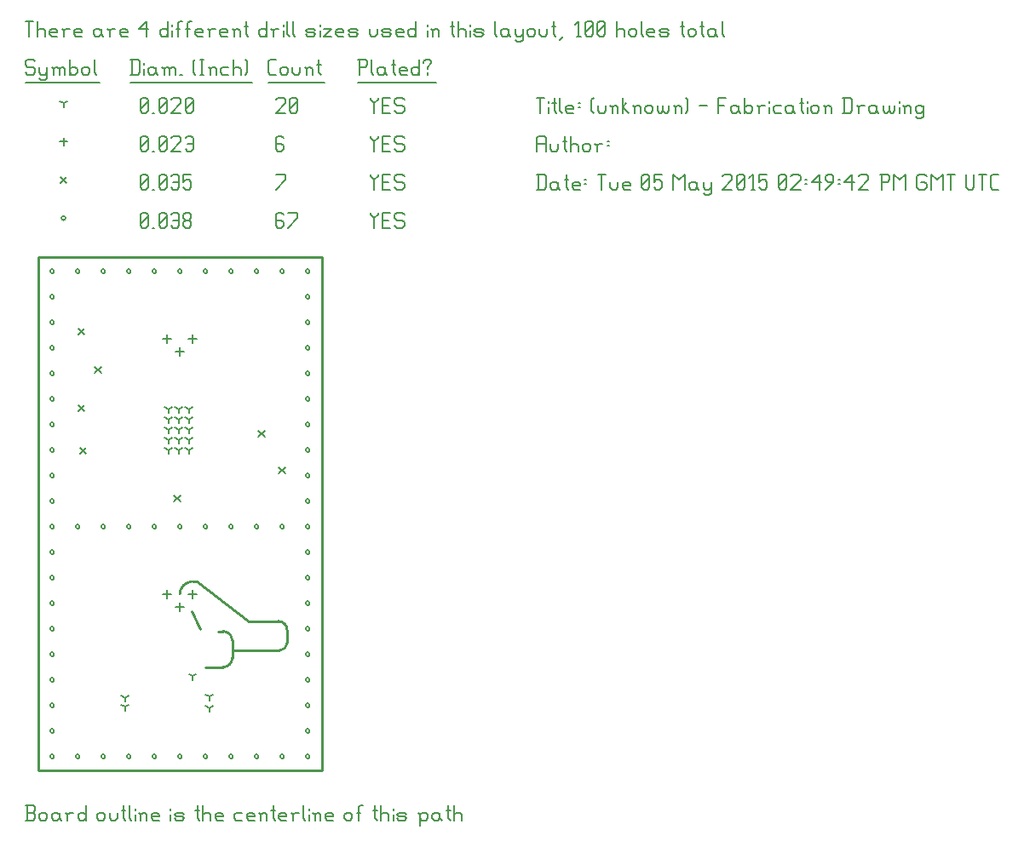
<source format=gbr>
G04 start of page 12 for group -3984 idx -3984 *
G04 Title: (unknown), fab *
G04 Creator: pcb 20140316 *
G04 CreationDate: Tue 05 May 2015 02:49:42 PM GMT UTC *
G04 For: fosse *
G04 Format: Gerber/RS-274X *
G04 PCB-Dimensions (mil): 1250.00 2150.00 *
G04 PCB-Coordinate-Origin: lower left *
%MOIN*%
%FSLAX25Y25*%
%LNFAB*%
%ADD66C,0.0100*%
%ADD65C,0.0060*%
%ADD64R,0.0080X0.0080*%
G54D64*X9700Y205500D02*G75*G03X11300Y205500I800J0D01*G01*
G75*G03X9700Y205500I-800J0D01*G01*
Y195500D02*G75*G03X11300Y195500I800J0D01*G01*
G75*G03X9700Y195500I-800J0D01*G01*
Y185500D02*G75*G03X11300Y185500I800J0D01*G01*
G75*G03X9700Y185500I-800J0D01*G01*
Y175500D02*G75*G03X11300Y175500I800J0D01*G01*
G75*G03X9700Y175500I-800J0D01*G01*
Y165500D02*G75*G03X11300Y165500I800J0D01*G01*
G75*G03X9700Y165500I-800J0D01*G01*
Y155500D02*G75*G03X11300Y155500I800J0D01*G01*
G75*G03X9700Y155500I-800J0D01*G01*
Y145500D02*G75*G03X11300Y145500I800J0D01*G01*
G75*G03X9700Y145500I-800J0D01*G01*
Y135500D02*G75*G03X11300Y135500I800J0D01*G01*
G75*G03X9700Y135500I-800J0D01*G01*
Y125500D02*G75*G03X11300Y125500I800J0D01*G01*
G75*G03X9700Y125500I-800J0D01*G01*
Y115500D02*G75*G03X11300Y115500I800J0D01*G01*
G75*G03X9700Y115500I-800J0D01*G01*
Y105500D02*G75*G03X11300Y105500I800J0D01*G01*
G75*G03X9700Y105500I-800J0D01*G01*
Y95500D02*G75*G03X11300Y95500I800J0D01*G01*
G75*G03X9700Y95500I-800J0D01*G01*
Y85500D02*G75*G03X11300Y85500I800J0D01*G01*
G75*G03X9700Y85500I-800J0D01*G01*
Y75500D02*G75*G03X11300Y75500I800J0D01*G01*
G75*G03X9700Y75500I-800J0D01*G01*
Y65500D02*G75*G03X11300Y65500I800J0D01*G01*
G75*G03X9700Y65500I-800J0D01*G01*
Y55500D02*G75*G03X11300Y55500I800J0D01*G01*
G75*G03X9700Y55500I-800J0D01*G01*
Y45500D02*G75*G03X11300Y45500I800J0D01*G01*
G75*G03X9700Y45500I-800J0D01*G01*
Y35500D02*G75*G03X11300Y35500I800J0D01*G01*
G75*G03X9700Y35500I-800J0D01*G01*
Y25500D02*G75*G03X11300Y25500I800J0D01*G01*
G75*G03X9700Y25500I-800J0D01*G01*
Y15500D02*G75*G03X11300Y15500I800J0D01*G01*
G75*G03X9700Y15500I-800J0D01*G01*
X109700Y205500D02*G75*G03X111300Y205500I800J0D01*G01*
G75*G03X109700Y205500I-800J0D01*G01*
Y195500D02*G75*G03X111300Y195500I800J0D01*G01*
G75*G03X109700Y195500I-800J0D01*G01*
Y185500D02*G75*G03X111300Y185500I800J0D01*G01*
G75*G03X109700Y185500I-800J0D01*G01*
Y175500D02*G75*G03X111300Y175500I800J0D01*G01*
G75*G03X109700Y175500I-800J0D01*G01*
Y165500D02*G75*G03X111300Y165500I800J0D01*G01*
G75*G03X109700Y165500I-800J0D01*G01*
Y155500D02*G75*G03X111300Y155500I800J0D01*G01*
G75*G03X109700Y155500I-800J0D01*G01*
Y145500D02*G75*G03X111300Y145500I800J0D01*G01*
G75*G03X109700Y145500I-800J0D01*G01*
Y135500D02*G75*G03X111300Y135500I800J0D01*G01*
G75*G03X109700Y135500I-800J0D01*G01*
Y125500D02*G75*G03X111300Y125500I800J0D01*G01*
G75*G03X109700Y125500I-800J0D01*G01*
Y115500D02*G75*G03X111300Y115500I800J0D01*G01*
G75*G03X109700Y115500I-800J0D01*G01*
Y105500D02*G75*G03X111300Y105500I800J0D01*G01*
G75*G03X109700Y105500I-800J0D01*G01*
Y95500D02*G75*G03X111300Y95500I800J0D01*G01*
G75*G03X109700Y95500I-800J0D01*G01*
Y85500D02*G75*G03X111300Y85500I800J0D01*G01*
G75*G03X109700Y85500I-800J0D01*G01*
Y75500D02*G75*G03X111300Y75500I800J0D01*G01*
G75*G03X109700Y75500I-800J0D01*G01*
Y65500D02*G75*G03X111300Y65500I800J0D01*G01*
G75*G03X109700Y65500I-800J0D01*G01*
Y55500D02*G75*G03X111300Y55500I800J0D01*G01*
G75*G03X109700Y55500I-800J0D01*G01*
Y45500D02*G75*G03X111300Y45500I800J0D01*G01*
G75*G03X109700Y45500I-800J0D01*G01*
Y35500D02*G75*G03X111300Y35500I800J0D01*G01*
G75*G03X109700Y35500I-800J0D01*G01*
Y25500D02*G75*G03X111300Y25500I800J0D01*G01*
G75*G03X109700Y25500I-800J0D01*G01*
Y15500D02*G75*G03X111300Y15500I800J0D01*G01*
G75*G03X109700Y15500I-800J0D01*G01*
X19700D02*G75*G03X21300Y15500I800J0D01*G01*
G75*G03X19700Y15500I-800J0D01*G01*
X29700D02*G75*G03X31300Y15500I800J0D01*G01*
G75*G03X29700Y15500I-800J0D01*G01*
X39700D02*G75*G03X41300Y15500I800J0D01*G01*
G75*G03X39700Y15500I-800J0D01*G01*
X49700D02*G75*G03X51300Y15500I800J0D01*G01*
G75*G03X49700Y15500I-800J0D01*G01*
X59700D02*G75*G03X61300Y15500I800J0D01*G01*
G75*G03X59700Y15500I-800J0D01*G01*
X69700D02*G75*G03X71300Y15500I800J0D01*G01*
G75*G03X69700Y15500I-800J0D01*G01*
X79700D02*G75*G03X81300Y15500I800J0D01*G01*
G75*G03X79700Y15500I-800J0D01*G01*
X89700D02*G75*G03X91300Y15500I800J0D01*G01*
G75*G03X89700Y15500I-800J0D01*G01*
X99700D02*G75*G03X101300Y15500I800J0D01*G01*
G75*G03X99700Y15500I-800J0D01*G01*
X19700Y105500D02*G75*G03X21300Y105500I800J0D01*G01*
G75*G03X19700Y105500I-800J0D01*G01*
X29700D02*G75*G03X31300Y105500I800J0D01*G01*
G75*G03X29700Y105500I-800J0D01*G01*
X39700D02*G75*G03X41300Y105500I800J0D01*G01*
G75*G03X39700Y105500I-800J0D01*G01*
X49700D02*G75*G03X51300Y105500I800J0D01*G01*
G75*G03X49700Y105500I-800J0D01*G01*
X59700D02*G75*G03X61300Y105500I800J0D01*G01*
G75*G03X59700Y105500I-800J0D01*G01*
X69700D02*G75*G03X71300Y105500I800J0D01*G01*
G75*G03X69700Y105500I-800J0D01*G01*
X79700D02*G75*G03X81300Y105500I800J0D01*G01*
G75*G03X79700Y105500I-800J0D01*G01*
X89700D02*G75*G03X91300Y105500I800J0D01*G01*
G75*G03X89700Y105500I-800J0D01*G01*
X99700D02*G75*G03X101300Y105500I800J0D01*G01*
G75*G03X99700Y105500I-800J0D01*G01*
X19700Y205500D02*G75*G03X21300Y205500I800J0D01*G01*
G75*G03X19700Y205500I-800J0D01*G01*
X29700D02*G75*G03X31300Y205500I800J0D01*G01*
G75*G03X29700Y205500I-800J0D01*G01*
X39700D02*G75*G03X41300Y205500I800J0D01*G01*
G75*G03X39700Y205500I-800J0D01*G01*
X49700D02*G75*G03X51300Y205500I800J0D01*G01*
G75*G03X49700Y205500I-800J0D01*G01*
X59700D02*G75*G03X61300Y205500I800J0D01*G01*
G75*G03X59700Y205500I-800J0D01*G01*
X69700D02*G75*G03X71300Y205500I800J0D01*G01*
G75*G03X69700Y205500I-800J0D01*G01*
X79700D02*G75*G03X81300Y205500I800J0D01*G01*
G75*G03X79700Y205500I-800J0D01*G01*
X89700D02*G75*G03X91300Y205500I800J0D01*G01*
G75*G03X89700Y205500I-800J0D01*G01*
X99700D02*G75*G03X101300Y205500I800J0D01*G01*
G75*G03X99700Y205500I-800J0D01*G01*
X14200Y226250D02*G75*G03X15800Y226250I800J0D01*G01*
G75*G03X14200Y226250I-800J0D01*G01*
G54D65*X135000Y228500D02*Y227750D01*
X136500Y226250D01*
X138000Y227750D01*
Y228500D02*Y227750D01*
X136500Y226250D02*Y222500D01*
X139800Y225500D02*X142050D01*
X139800Y222500D02*X142800D01*
X139800Y228500D02*Y222500D01*
Y228500D02*X142800D01*
X147600D02*X148350Y227750D01*
X145350Y228500D02*X147600D01*
X144600Y227750D02*X145350Y228500D01*
X144600Y227750D02*Y226250D01*
X145350Y225500D01*
X147600D01*
X148350Y224750D01*
Y223250D01*
X147600Y222500D02*X148350Y223250D01*
X145350Y222500D02*X147600D01*
X144600Y223250D02*X145350Y222500D01*
X100250Y228500D02*X101000Y227750D01*
X98750Y228500D02*X100250D01*
X98000Y227750D02*X98750Y228500D01*
X98000Y227750D02*Y223250D01*
X98750Y222500D01*
X100250Y225500D02*X101000Y224750D01*
X98000Y225500D02*X100250D01*
X98750Y222500D02*X100250D01*
X101000Y223250D01*
Y224750D02*Y223250D01*
X102800Y222500D02*X106550Y226250D01*
Y228500D02*Y226250D01*
X102800Y228500D02*X106550D01*
X45000Y223250D02*X45750Y222500D01*
X45000Y227750D02*Y223250D01*
Y227750D02*X45750Y228500D01*
X47250D01*
X48000Y227750D01*
Y223250D01*
X47250Y222500D02*X48000Y223250D01*
X45750Y222500D02*X47250D01*
X45000Y224000D02*X48000Y227000D01*
X49800Y222500D02*X50550D01*
X52350Y223250D02*X53100Y222500D01*
X52350Y227750D02*Y223250D01*
Y227750D02*X53100Y228500D01*
X54600D01*
X55350Y227750D01*
Y223250D01*
X54600Y222500D02*X55350Y223250D01*
X53100Y222500D02*X54600D01*
X52350Y224000D02*X55350Y227000D01*
X57150Y227750D02*X57900Y228500D01*
X59400D01*
X60150Y227750D01*
Y223250D01*
X59400Y222500D02*X60150Y223250D01*
X57900Y222500D02*X59400D01*
X57150Y223250D02*X57900Y222500D01*
Y225500D02*X60150D01*
X61950Y223250D02*X62700Y222500D01*
X61950Y224750D02*Y223250D01*
Y224750D02*X62700Y225500D01*
X64200D01*
X64950Y224750D01*
Y223250D01*
X64200Y222500D02*X64950Y223250D01*
X62700Y222500D02*X64200D01*
X61950Y226250D02*X62700Y225500D01*
X61950Y227750D02*Y226250D01*
Y227750D02*X62700Y228500D01*
X64200D01*
X64950Y227750D01*
Y226250D01*
X64200Y225500D02*X64950Y226250D01*
X20800Y153200D02*X23200Y150800D01*
X20800D02*X23200Y153200D01*
X20800Y183200D02*X23200Y180800D01*
X20800D02*X23200Y183200D01*
X58300Y117700D02*X60700Y115300D01*
X58300D02*X60700Y117700D01*
X21550Y136450D02*X23950Y134050D01*
X21550D02*X23950Y136450D01*
X99300Y128700D02*X101700Y126300D01*
X99300D02*X101700Y128700D01*
X27300Y168200D02*X29700Y165800D01*
X27300D02*X29700Y168200D01*
X91300Y143200D02*X93700Y140800D01*
X91300D02*X93700Y143200D01*
X13800Y242450D02*X16200Y240050D01*
X13800D02*X16200Y242450D01*
X135000Y243500D02*Y242750D01*
X136500Y241250D01*
X138000Y242750D01*
Y243500D02*Y242750D01*
X136500Y241250D02*Y237500D01*
X139800Y240500D02*X142050D01*
X139800Y237500D02*X142800D01*
X139800Y243500D02*Y237500D01*
Y243500D02*X142800D01*
X147600D02*X148350Y242750D01*
X145350Y243500D02*X147600D01*
X144600Y242750D02*X145350Y243500D01*
X144600Y242750D02*Y241250D01*
X145350Y240500D01*
X147600D01*
X148350Y239750D01*
Y238250D01*
X147600Y237500D02*X148350Y238250D01*
X145350Y237500D02*X147600D01*
X144600Y238250D02*X145350Y237500D01*
X98000D02*X101750Y241250D01*
Y243500D02*Y241250D01*
X98000Y243500D02*X101750D01*
X45000Y238250D02*X45750Y237500D01*
X45000Y242750D02*Y238250D01*
Y242750D02*X45750Y243500D01*
X47250D01*
X48000Y242750D01*
Y238250D01*
X47250Y237500D02*X48000Y238250D01*
X45750Y237500D02*X47250D01*
X45000Y239000D02*X48000Y242000D01*
X49800Y237500D02*X50550D01*
X52350Y238250D02*X53100Y237500D01*
X52350Y242750D02*Y238250D01*
Y242750D02*X53100Y243500D01*
X54600D01*
X55350Y242750D01*
Y238250D01*
X54600Y237500D02*X55350Y238250D01*
X53100Y237500D02*X54600D01*
X52350Y239000D02*X55350Y242000D01*
X57150Y242750D02*X57900Y243500D01*
X59400D01*
X60150Y242750D01*
Y238250D01*
X59400Y237500D02*X60150Y238250D01*
X57900Y237500D02*X59400D01*
X57150Y238250D02*X57900Y237500D01*
Y240500D02*X60150D01*
X61950Y243500D02*X64950D01*
X61950D02*Y240500D01*
X62700Y241250D01*
X64200D01*
X64950Y240500D01*
Y238250D01*
X64200Y237500D02*X64950Y238250D01*
X62700Y237500D02*X64200D01*
X61950Y238250D02*X62700Y237500D01*
X55500Y80600D02*Y77400D01*
X53900Y79000D02*X57100D01*
X65500Y80600D02*Y77400D01*
X63900Y79000D02*X67100D01*
X60500Y75600D02*Y72400D01*
X58900Y74000D02*X62100D01*
X55500Y180600D02*Y177400D01*
X53900Y179000D02*X57100D01*
X65500Y180600D02*Y177400D01*
X63900Y179000D02*X67100D01*
X60500Y175600D02*Y172400D01*
X58900Y174000D02*X62100D01*
X15000Y257850D02*Y254650D01*
X13400Y256250D02*X16600D01*
X135000Y258500D02*Y257750D01*
X136500Y256250D01*
X138000Y257750D01*
Y258500D02*Y257750D01*
X136500Y256250D02*Y252500D01*
X139800Y255500D02*X142050D01*
X139800Y252500D02*X142800D01*
X139800Y258500D02*Y252500D01*
Y258500D02*X142800D01*
X147600D02*X148350Y257750D01*
X145350Y258500D02*X147600D01*
X144600Y257750D02*X145350Y258500D01*
X144600Y257750D02*Y256250D01*
X145350Y255500D01*
X147600D01*
X148350Y254750D01*
Y253250D01*
X147600Y252500D02*X148350Y253250D01*
X145350Y252500D02*X147600D01*
X144600Y253250D02*X145350Y252500D01*
X100250Y258500D02*X101000Y257750D01*
X98750Y258500D02*X100250D01*
X98000Y257750D02*X98750Y258500D01*
X98000Y257750D02*Y253250D01*
X98750Y252500D01*
X100250Y255500D02*X101000Y254750D01*
X98000Y255500D02*X100250D01*
X98750Y252500D02*X100250D01*
X101000Y253250D01*
Y254750D02*Y253250D01*
X45000D02*X45750Y252500D01*
X45000Y257750D02*Y253250D01*
Y257750D02*X45750Y258500D01*
X47250D01*
X48000Y257750D01*
Y253250D01*
X47250Y252500D02*X48000Y253250D01*
X45750Y252500D02*X47250D01*
X45000Y254000D02*X48000Y257000D01*
X49800Y252500D02*X50550D01*
X52350Y253250D02*X53100Y252500D01*
X52350Y257750D02*Y253250D01*
Y257750D02*X53100Y258500D01*
X54600D01*
X55350Y257750D01*
Y253250D01*
X54600Y252500D02*X55350Y253250D01*
X53100Y252500D02*X54600D01*
X52350Y254000D02*X55350Y257000D01*
X57150Y257750D02*X57900Y258500D01*
X60150D01*
X60900Y257750D01*
Y256250D01*
X57150Y252500D02*X60900Y256250D01*
X57150Y252500D02*X60900D01*
X62700Y257750D02*X63450Y258500D01*
X64950D01*
X65700Y257750D01*
Y253250D01*
X64950Y252500D02*X65700Y253250D01*
X63450Y252500D02*X64950D01*
X62700Y253250D02*X63450Y252500D01*
Y255500D02*X65700D01*
X64000Y151500D02*Y149900D01*
Y151500D02*X65387Y152300D01*
X64000Y151500D02*X62613Y152300D01*
X60000Y151500D02*Y149900D01*
Y151500D02*X61387Y152300D01*
X60000Y151500D02*X58613Y152300D01*
X56000Y151500D02*Y149900D01*
Y151500D02*X57387Y152300D01*
X56000Y151500D02*X54613Y152300D01*
X56000Y147500D02*Y145900D01*
Y147500D02*X57387Y148300D01*
X56000Y147500D02*X54613Y148300D01*
X60000Y147500D02*Y145900D01*
Y147500D02*X61387Y148300D01*
X60000Y147500D02*X58613Y148300D01*
X64000Y147500D02*Y145900D01*
Y147500D02*X65387Y148300D01*
X64000Y147500D02*X62613Y148300D01*
X64000Y143500D02*Y141900D01*
Y143500D02*X65387Y144300D01*
X64000Y143500D02*X62613Y144300D01*
X60000Y143500D02*Y141900D01*
Y143500D02*X61387Y144300D01*
X60000Y143500D02*X58613Y144300D01*
X56000Y143500D02*Y141900D01*
Y143500D02*X57387Y144300D01*
X56000Y143500D02*X54613Y144300D01*
X56000Y139500D02*Y137900D01*
Y139500D02*X57387Y140300D01*
X56000Y139500D02*X54613Y140300D01*
X60000Y139500D02*Y137900D01*
Y139500D02*X61387Y140300D01*
X60000Y139500D02*X58613Y140300D01*
X64000Y139500D02*Y137900D01*
Y139500D02*X65387Y140300D01*
X64000Y139500D02*X62613Y140300D01*
X64000Y135500D02*Y133900D01*
Y135500D02*X65387Y136300D01*
X64000Y135500D02*X62613Y136300D01*
X60000Y135500D02*Y133900D01*
Y135500D02*X61387Y136300D01*
X60000Y135500D02*X58613Y136300D01*
X56000Y135500D02*Y133900D01*
Y135500D02*X57387Y136300D01*
X56000Y135500D02*X54613Y136300D01*
X72000Y39000D02*Y37400D01*
Y39000D02*X73387Y39800D01*
X72000Y39000D02*X70613Y39800D01*
X39000Y35000D02*Y33400D01*
Y35000D02*X40387Y35800D01*
X39000Y35000D02*X37613Y35800D01*
X39000Y38500D02*Y36900D01*
Y38500D02*X40387Y39300D01*
X39000Y38500D02*X37613Y39300D01*
X72000Y34500D02*Y32900D01*
Y34500D02*X73387Y35300D01*
X72000Y34500D02*X70613Y35300D01*
X65500Y47000D02*Y45400D01*
Y47000D02*X66887Y47800D01*
X65500Y47000D02*X64113Y47800D01*
X15000Y271250D02*Y269650D01*
Y271250D02*X16387Y272050D01*
X15000Y271250D02*X13613Y272050D01*
X135000Y273500D02*Y272750D01*
X136500Y271250D01*
X138000Y272750D01*
Y273500D02*Y272750D01*
X136500Y271250D02*Y267500D01*
X139800Y270500D02*X142050D01*
X139800Y267500D02*X142800D01*
X139800Y273500D02*Y267500D01*
Y273500D02*X142800D01*
X147600D02*X148350Y272750D01*
X145350Y273500D02*X147600D01*
X144600Y272750D02*X145350Y273500D01*
X144600Y272750D02*Y271250D01*
X145350Y270500D01*
X147600D01*
X148350Y269750D01*
Y268250D01*
X147600Y267500D02*X148350Y268250D01*
X145350Y267500D02*X147600D01*
X144600Y268250D02*X145350Y267500D01*
X98000Y272750D02*X98750Y273500D01*
X101000D01*
X101750Y272750D01*
Y271250D01*
X98000Y267500D02*X101750Y271250D01*
X98000Y267500D02*X101750D01*
X103550Y268250D02*X104300Y267500D01*
X103550Y272750D02*Y268250D01*
Y272750D02*X104300Y273500D01*
X105800D01*
X106550Y272750D01*
Y268250D01*
X105800Y267500D02*X106550Y268250D01*
X104300Y267500D02*X105800D01*
X103550Y269000D02*X106550Y272000D01*
X45000Y268250D02*X45750Y267500D01*
X45000Y272750D02*Y268250D01*
Y272750D02*X45750Y273500D01*
X47250D01*
X48000Y272750D01*
Y268250D01*
X47250Y267500D02*X48000Y268250D01*
X45750Y267500D02*X47250D01*
X45000Y269000D02*X48000Y272000D01*
X49800Y267500D02*X50550D01*
X52350Y268250D02*X53100Y267500D01*
X52350Y272750D02*Y268250D01*
Y272750D02*X53100Y273500D01*
X54600D01*
X55350Y272750D01*
Y268250D01*
X54600Y267500D02*X55350Y268250D01*
X53100Y267500D02*X54600D01*
X52350Y269000D02*X55350Y272000D01*
X57150Y272750D02*X57900Y273500D01*
X60150D01*
X60900Y272750D01*
Y271250D01*
X57150Y267500D02*X60900Y271250D01*
X57150Y267500D02*X60900D01*
X62700Y268250D02*X63450Y267500D01*
X62700Y272750D02*Y268250D01*
Y272750D02*X63450Y273500D01*
X64950D01*
X65700Y272750D01*
Y268250D01*
X64950Y267500D02*X65700Y268250D01*
X63450Y267500D02*X64950D01*
X62700Y269000D02*X65700Y272000D01*
X3000Y288500D02*X3750Y287750D01*
X750Y288500D02*X3000D01*
X0Y287750D02*X750Y288500D01*
X0Y287750D02*Y286250D01*
X750Y285500D01*
X3000D01*
X3750Y284750D01*
Y283250D01*
X3000Y282500D02*X3750Y283250D01*
X750Y282500D02*X3000D01*
X0Y283250D02*X750Y282500D01*
X5550Y285500D02*Y283250D01*
X6300Y282500D01*
X8550Y285500D02*Y281000D01*
X7800Y280250D02*X8550Y281000D01*
X6300Y280250D02*X7800D01*
X5550Y281000D02*X6300Y280250D01*
Y282500D02*X7800D01*
X8550Y283250D01*
X11100Y284750D02*Y282500D01*
Y284750D02*X11850Y285500D01*
X12600D01*
X13350Y284750D01*
Y282500D01*
Y284750D02*X14100Y285500D01*
X14850D01*
X15600Y284750D01*
Y282500D01*
X10350Y285500D02*X11100Y284750D01*
X17400Y288500D02*Y282500D01*
Y283250D02*X18150Y282500D01*
X19650D01*
X20400Y283250D01*
Y284750D02*Y283250D01*
X19650Y285500D02*X20400Y284750D01*
X18150Y285500D02*X19650D01*
X17400Y284750D02*X18150Y285500D01*
X22200Y284750D02*Y283250D01*
Y284750D02*X22950Y285500D01*
X24450D01*
X25200Y284750D01*
Y283250D01*
X24450Y282500D02*X25200Y283250D01*
X22950Y282500D02*X24450D01*
X22200Y283250D02*X22950Y282500D01*
X27000Y288500D02*Y283250D01*
X27750Y282500D01*
X0Y279250D02*X29250D01*
X41750Y288500D02*Y282500D01*
X44000Y288500D02*X44750Y287750D01*
Y283250D01*
X44000Y282500D02*X44750Y283250D01*
X41000Y282500D02*X44000D01*
X41000Y288500D02*X44000D01*
X46550Y287000D02*Y286250D01*
Y284750D02*Y282500D01*
X50300Y285500D02*X51050Y284750D01*
X48800Y285500D02*X50300D01*
X48050Y284750D02*X48800Y285500D01*
X48050Y284750D02*Y283250D01*
X48800Y282500D01*
X51050Y285500D02*Y283250D01*
X51800Y282500D01*
X48800D02*X50300D01*
X51050Y283250D01*
X54350Y284750D02*Y282500D01*
Y284750D02*X55100Y285500D01*
X55850D01*
X56600Y284750D01*
Y282500D01*
Y284750D02*X57350Y285500D01*
X58100D01*
X58850Y284750D01*
Y282500D01*
X53600Y285500D02*X54350Y284750D01*
X60650Y282500D02*X61400D01*
X65900Y283250D02*X66650Y282500D01*
X65900Y287750D02*X66650Y288500D01*
X65900Y287750D02*Y283250D01*
X68450Y288500D02*X69950D01*
X69200D02*Y282500D01*
X68450D02*X69950D01*
X72500Y284750D02*Y282500D01*
Y284750D02*X73250Y285500D01*
X74000D01*
X74750Y284750D01*
Y282500D01*
X71750Y285500D02*X72500Y284750D01*
X77300Y285500D02*X79550D01*
X76550Y284750D02*X77300Y285500D01*
X76550Y284750D02*Y283250D01*
X77300Y282500D01*
X79550D01*
X81350Y288500D02*Y282500D01*
Y284750D02*X82100Y285500D01*
X83600D01*
X84350Y284750D01*
Y282500D01*
X86150Y288500D02*X86900Y287750D01*
Y283250D01*
X86150Y282500D02*X86900Y283250D01*
X41000Y279250D02*X88700D01*
X95750Y282500D02*X98000D01*
X95000Y283250D02*X95750Y282500D01*
X95000Y287750D02*Y283250D01*
Y287750D02*X95750Y288500D01*
X98000D01*
X99800Y284750D02*Y283250D01*
Y284750D02*X100550Y285500D01*
X102050D01*
X102800Y284750D01*
Y283250D01*
X102050Y282500D02*X102800Y283250D01*
X100550Y282500D02*X102050D01*
X99800Y283250D02*X100550Y282500D01*
X104600Y285500D02*Y283250D01*
X105350Y282500D01*
X106850D01*
X107600Y283250D01*
Y285500D02*Y283250D01*
X110150Y284750D02*Y282500D01*
Y284750D02*X110900Y285500D01*
X111650D01*
X112400Y284750D01*
Y282500D01*
X109400Y285500D02*X110150Y284750D01*
X114950Y288500D02*Y283250D01*
X115700Y282500D01*
X114200Y286250D02*X115700D01*
X95000Y279250D02*X117200D01*
X130750Y288500D02*Y282500D01*
X130000Y288500D02*X133000D01*
X133750Y287750D01*
Y286250D01*
X133000Y285500D02*X133750Y286250D01*
X130750Y285500D02*X133000D01*
X135550Y288500D02*Y283250D01*
X136300Y282500D01*
X140050Y285500D02*X140800Y284750D01*
X138550Y285500D02*X140050D01*
X137800Y284750D02*X138550Y285500D01*
X137800Y284750D02*Y283250D01*
X138550Y282500D01*
X140800Y285500D02*Y283250D01*
X141550Y282500D01*
X138550D02*X140050D01*
X140800Y283250D01*
X144100Y288500D02*Y283250D01*
X144850Y282500D01*
X143350Y286250D02*X144850D01*
X147100Y282500D02*X149350D01*
X146350Y283250D02*X147100Y282500D01*
X146350Y284750D02*Y283250D01*
Y284750D02*X147100Y285500D01*
X148600D01*
X149350Y284750D01*
X146350Y284000D02*X149350D01*
Y284750D02*Y284000D01*
X154150Y288500D02*Y282500D01*
X153400D02*X154150Y283250D01*
X151900Y282500D02*X153400D01*
X151150Y283250D02*X151900Y282500D01*
X151150Y284750D02*Y283250D01*
Y284750D02*X151900Y285500D01*
X153400D01*
X154150Y284750D01*
X157450Y285500D02*Y284750D01*
Y283250D02*Y282500D01*
X155950Y287750D02*Y287000D01*
Y287750D02*X156700Y288500D01*
X158200D01*
X158950Y287750D01*
Y287000D01*
X157450Y285500D02*X158950Y287000D01*
X130000Y279250D02*X160750D01*
X0Y303500D02*X3000D01*
X1500D02*Y297500D01*
X4800Y303500D02*Y297500D01*
Y299750D02*X5550Y300500D01*
X7050D01*
X7800Y299750D01*
Y297500D01*
X10350D02*X12600D01*
X9600Y298250D02*X10350Y297500D01*
X9600Y299750D02*Y298250D01*
Y299750D02*X10350Y300500D01*
X11850D01*
X12600Y299750D01*
X9600Y299000D02*X12600D01*
Y299750D02*Y299000D01*
X15150Y299750D02*Y297500D01*
Y299750D02*X15900Y300500D01*
X17400D01*
X14400D02*X15150Y299750D01*
X19950Y297500D02*X22200D01*
X19200Y298250D02*X19950Y297500D01*
X19200Y299750D02*Y298250D01*
Y299750D02*X19950Y300500D01*
X21450D01*
X22200Y299750D01*
X19200Y299000D02*X22200D01*
Y299750D02*Y299000D01*
X28950Y300500D02*X29700Y299750D01*
X27450Y300500D02*X28950D01*
X26700Y299750D02*X27450Y300500D01*
X26700Y299750D02*Y298250D01*
X27450Y297500D01*
X29700Y300500D02*Y298250D01*
X30450Y297500D01*
X27450D02*X28950D01*
X29700Y298250D01*
X33000Y299750D02*Y297500D01*
Y299750D02*X33750Y300500D01*
X35250D01*
X32250D02*X33000Y299750D01*
X37800Y297500D02*X40050D01*
X37050Y298250D02*X37800Y297500D01*
X37050Y299750D02*Y298250D01*
Y299750D02*X37800Y300500D01*
X39300D01*
X40050Y299750D01*
X37050Y299000D02*X40050D01*
Y299750D02*Y299000D01*
X44550Y300500D02*X47550Y303500D01*
X44550Y300500D02*X48300D01*
X47550Y303500D02*Y297500D01*
X55800Y303500D02*Y297500D01*
X55050D02*X55800Y298250D01*
X53550Y297500D02*X55050D01*
X52800Y298250D02*X53550Y297500D01*
X52800Y299750D02*Y298250D01*
Y299750D02*X53550Y300500D01*
X55050D01*
X55800Y299750D01*
X57600Y302000D02*Y301250D01*
Y299750D02*Y297500D01*
X59850Y302750D02*Y297500D01*
Y302750D02*X60600Y303500D01*
X61350D01*
X59100Y300500D02*X60600D01*
X63600Y302750D02*Y297500D01*
Y302750D02*X64350Y303500D01*
X65100D01*
X62850Y300500D02*X64350D01*
X67350Y297500D02*X69600D01*
X66600Y298250D02*X67350Y297500D01*
X66600Y299750D02*Y298250D01*
Y299750D02*X67350Y300500D01*
X68850D01*
X69600Y299750D01*
X66600Y299000D02*X69600D01*
Y299750D02*Y299000D01*
X72150Y299750D02*Y297500D01*
Y299750D02*X72900Y300500D01*
X74400D01*
X71400D02*X72150Y299750D01*
X76950Y297500D02*X79200D01*
X76200Y298250D02*X76950Y297500D01*
X76200Y299750D02*Y298250D01*
Y299750D02*X76950Y300500D01*
X78450D01*
X79200Y299750D01*
X76200Y299000D02*X79200D01*
Y299750D02*Y299000D01*
X81750Y299750D02*Y297500D01*
Y299750D02*X82500Y300500D01*
X83250D01*
X84000Y299750D01*
Y297500D01*
X81000Y300500D02*X81750Y299750D01*
X86550Y303500D02*Y298250D01*
X87300Y297500D01*
X85800Y301250D02*X87300D01*
X94500Y303500D02*Y297500D01*
X93750D02*X94500Y298250D01*
X92250Y297500D02*X93750D01*
X91500Y298250D02*X92250Y297500D01*
X91500Y299750D02*Y298250D01*
Y299750D02*X92250Y300500D01*
X93750D01*
X94500Y299750D01*
X97050D02*Y297500D01*
Y299750D02*X97800Y300500D01*
X99300D01*
X96300D02*X97050Y299750D01*
X101100Y302000D02*Y301250D01*
Y299750D02*Y297500D01*
X102600Y303500D02*Y298250D01*
X103350Y297500D01*
X104850Y303500D02*Y298250D01*
X105600Y297500D01*
X110550D02*X112800D01*
X113550Y298250D01*
X112800Y299000D02*X113550Y298250D01*
X110550Y299000D02*X112800D01*
X109800Y299750D02*X110550Y299000D01*
X109800Y299750D02*X110550Y300500D01*
X112800D01*
X113550Y299750D01*
X109800Y298250D02*X110550Y297500D01*
X115350Y302000D02*Y301250D01*
Y299750D02*Y297500D01*
X116850Y300500D02*X119850D01*
X116850Y297500D02*X119850Y300500D01*
X116850Y297500D02*X119850D01*
X122400D02*X124650D01*
X121650Y298250D02*X122400Y297500D01*
X121650Y299750D02*Y298250D01*
Y299750D02*X122400Y300500D01*
X123900D01*
X124650Y299750D01*
X121650Y299000D02*X124650D01*
Y299750D02*Y299000D01*
X127200Y297500D02*X129450D01*
X130200Y298250D01*
X129450Y299000D02*X130200Y298250D01*
X127200Y299000D02*X129450D01*
X126450Y299750D02*X127200Y299000D01*
X126450Y299750D02*X127200Y300500D01*
X129450D01*
X130200Y299750D01*
X126450Y298250D02*X127200Y297500D01*
X134700Y300500D02*Y298250D01*
X135450Y297500D01*
X136950D01*
X137700Y298250D01*
Y300500D02*Y298250D01*
X140250Y297500D02*X142500D01*
X143250Y298250D01*
X142500Y299000D02*X143250Y298250D01*
X140250Y299000D02*X142500D01*
X139500Y299750D02*X140250Y299000D01*
X139500Y299750D02*X140250Y300500D01*
X142500D01*
X143250Y299750D01*
X139500Y298250D02*X140250Y297500D01*
X145800D02*X148050D01*
X145050Y298250D02*X145800Y297500D01*
X145050Y299750D02*Y298250D01*
Y299750D02*X145800Y300500D01*
X147300D01*
X148050Y299750D01*
X145050Y299000D02*X148050D01*
Y299750D02*Y299000D01*
X152850Y303500D02*Y297500D01*
X152100D02*X152850Y298250D01*
X150600Y297500D02*X152100D01*
X149850Y298250D02*X150600Y297500D01*
X149850Y299750D02*Y298250D01*
Y299750D02*X150600Y300500D01*
X152100D01*
X152850Y299750D01*
X157350Y302000D02*Y301250D01*
Y299750D02*Y297500D01*
X159600Y299750D02*Y297500D01*
Y299750D02*X160350Y300500D01*
X161100D01*
X161850Y299750D01*
Y297500D01*
X158850Y300500D02*X159600Y299750D01*
X167100Y303500D02*Y298250D01*
X167850Y297500D01*
X166350Y301250D02*X167850D01*
X169350Y303500D02*Y297500D01*
Y299750D02*X170100Y300500D01*
X171600D01*
X172350Y299750D01*
Y297500D01*
X174150Y302000D02*Y301250D01*
Y299750D02*Y297500D01*
X176400D02*X178650D01*
X179400Y298250D01*
X178650Y299000D02*X179400Y298250D01*
X176400Y299000D02*X178650D01*
X175650Y299750D02*X176400Y299000D01*
X175650Y299750D02*X176400Y300500D01*
X178650D01*
X179400Y299750D01*
X175650Y298250D02*X176400Y297500D01*
X183900Y303500D02*Y298250D01*
X184650Y297500D01*
X188400Y300500D02*X189150Y299750D01*
X186900Y300500D02*X188400D01*
X186150Y299750D02*X186900Y300500D01*
X186150Y299750D02*Y298250D01*
X186900Y297500D01*
X189150Y300500D02*Y298250D01*
X189900Y297500D01*
X186900D02*X188400D01*
X189150Y298250D01*
X191700Y300500D02*Y298250D01*
X192450Y297500D01*
X194700Y300500D02*Y296000D01*
X193950Y295250D02*X194700Y296000D01*
X192450Y295250D02*X193950D01*
X191700Y296000D02*X192450Y295250D01*
Y297500D02*X193950D01*
X194700Y298250D01*
X196500Y299750D02*Y298250D01*
Y299750D02*X197250Y300500D01*
X198750D01*
X199500Y299750D01*
Y298250D01*
X198750Y297500D02*X199500Y298250D01*
X197250Y297500D02*X198750D01*
X196500Y298250D02*X197250Y297500D01*
X201300Y300500D02*Y298250D01*
X202050Y297500D01*
X203550D01*
X204300Y298250D01*
Y300500D02*Y298250D01*
X206850Y303500D02*Y298250D01*
X207600Y297500D01*
X206100Y301250D02*X207600D01*
X209100Y296000D02*X210600Y297500D01*
X215850D02*X217350D01*
X216600Y303500D02*Y297500D01*
X215100Y302000D02*X216600Y303500D01*
X219150Y298250D02*X219900Y297500D01*
X219150Y302750D02*Y298250D01*
Y302750D02*X219900Y303500D01*
X221400D01*
X222150Y302750D01*
Y298250D01*
X221400Y297500D02*X222150Y298250D01*
X219900Y297500D02*X221400D01*
X219150Y299000D02*X222150Y302000D01*
X223950Y298250D02*X224700Y297500D01*
X223950Y302750D02*Y298250D01*
Y302750D02*X224700Y303500D01*
X226200D01*
X226950Y302750D01*
Y298250D01*
X226200Y297500D02*X226950Y298250D01*
X224700Y297500D02*X226200D01*
X223950Y299000D02*X226950Y302000D01*
X231450Y303500D02*Y297500D01*
Y299750D02*X232200Y300500D01*
X233700D01*
X234450Y299750D01*
Y297500D01*
X236250Y299750D02*Y298250D01*
Y299750D02*X237000Y300500D01*
X238500D01*
X239250Y299750D01*
Y298250D01*
X238500Y297500D02*X239250Y298250D01*
X237000Y297500D02*X238500D01*
X236250Y298250D02*X237000Y297500D01*
X241050Y303500D02*Y298250D01*
X241800Y297500D01*
X244050D02*X246300D01*
X243300Y298250D02*X244050Y297500D01*
X243300Y299750D02*Y298250D01*
Y299750D02*X244050Y300500D01*
X245550D01*
X246300Y299750D01*
X243300Y299000D02*X246300D01*
Y299750D02*Y299000D01*
X248850Y297500D02*X251100D01*
X251850Y298250D01*
X251100Y299000D02*X251850Y298250D01*
X248850Y299000D02*X251100D01*
X248100Y299750D02*X248850Y299000D01*
X248100Y299750D02*X248850Y300500D01*
X251100D01*
X251850Y299750D01*
X248100Y298250D02*X248850Y297500D01*
X257100Y303500D02*Y298250D01*
X257850Y297500D01*
X256350Y301250D02*X257850D01*
X259350Y299750D02*Y298250D01*
Y299750D02*X260100Y300500D01*
X261600D01*
X262350Y299750D01*
Y298250D01*
X261600Y297500D02*X262350Y298250D01*
X260100Y297500D02*X261600D01*
X259350Y298250D02*X260100Y297500D01*
X264900Y303500D02*Y298250D01*
X265650Y297500D01*
X264150Y301250D02*X265650D01*
X269400Y300500D02*X270150Y299750D01*
X267900Y300500D02*X269400D01*
X267150Y299750D02*X267900Y300500D01*
X267150Y299750D02*Y298250D01*
X267900Y297500D01*
X270150Y300500D02*Y298250D01*
X270900Y297500D01*
X267900D02*X269400D01*
X270150Y298250D01*
X272700Y303500D02*Y298250D01*
X273450Y297500D01*
G54D66*X5000Y211000D02*X116000D01*
Y10000D01*
X5000D01*
Y211000D01*
X67000Y84000D02*X87500Y68500D01*
X81000Y61000D02*Y54000D01*
Y57000D02*X99500D01*
X99000Y68500D02*X87500D01*
X77500Y50500D02*X70500D01*
X102500Y65000D02*Y60000D01*
X65500Y84000D02*X67000D01*
X65000Y72500D02*X68500Y65500D01*
X77500Y64500D02*X75500D01*
X81000Y54000D02*G75*G02X77500Y50500I-3500J0D01*G01*
X99000Y68500D02*G75*G02X102500Y65000I0J-3500D01*G01*
Y60000D02*G75*G02X99500Y57000I-3000J0D01*G01*
X60500Y79000D02*G75*G02X65500Y84000I5000J0D01*G01*
X77500Y64500D02*G75*G02X81000Y61000I0J-3500D01*G01*
G54D65*X0Y-9500D02*X3000D01*
X3750Y-8750D01*
Y-7250D02*Y-8750D01*
X3000Y-6500D02*X3750Y-7250D01*
X750Y-6500D02*X3000D01*
X750Y-3500D02*Y-9500D01*
X0Y-3500D02*X3000D01*
X3750Y-4250D01*
Y-5750D01*
X3000Y-6500D02*X3750Y-5750D01*
X5550Y-7250D02*Y-8750D01*
Y-7250D02*X6300Y-6500D01*
X7800D01*
X8550Y-7250D01*
Y-8750D01*
X7800Y-9500D02*X8550Y-8750D01*
X6300Y-9500D02*X7800D01*
X5550Y-8750D02*X6300Y-9500D01*
X12600Y-6500D02*X13350Y-7250D01*
X11100Y-6500D02*X12600D01*
X10350Y-7250D02*X11100Y-6500D01*
X10350Y-7250D02*Y-8750D01*
X11100Y-9500D01*
X13350Y-6500D02*Y-8750D01*
X14100Y-9500D01*
X11100D02*X12600D01*
X13350Y-8750D01*
X16650Y-7250D02*Y-9500D01*
Y-7250D02*X17400Y-6500D01*
X18900D01*
X15900D02*X16650Y-7250D01*
X23700Y-3500D02*Y-9500D01*
X22950D02*X23700Y-8750D01*
X21450Y-9500D02*X22950D01*
X20700Y-8750D02*X21450Y-9500D01*
X20700Y-7250D02*Y-8750D01*
Y-7250D02*X21450Y-6500D01*
X22950D01*
X23700Y-7250D01*
X28200D02*Y-8750D01*
Y-7250D02*X28950Y-6500D01*
X30450D01*
X31200Y-7250D01*
Y-8750D01*
X30450Y-9500D02*X31200Y-8750D01*
X28950Y-9500D02*X30450D01*
X28200Y-8750D02*X28950Y-9500D01*
X33000Y-6500D02*Y-8750D01*
X33750Y-9500D01*
X35250D01*
X36000Y-8750D01*
Y-6500D02*Y-8750D01*
X38550Y-3500D02*Y-8750D01*
X39300Y-9500D01*
X37800Y-5750D02*X39300D01*
X40800Y-3500D02*Y-8750D01*
X41550Y-9500D01*
X43050Y-5000D02*Y-5750D01*
Y-7250D02*Y-9500D01*
X45300Y-7250D02*Y-9500D01*
Y-7250D02*X46050Y-6500D01*
X46800D01*
X47550Y-7250D01*
Y-9500D01*
X44550Y-6500D02*X45300Y-7250D01*
X50100Y-9500D02*X52350D01*
X49350Y-8750D02*X50100Y-9500D01*
X49350Y-7250D02*Y-8750D01*
Y-7250D02*X50100Y-6500D01*
X51600D01*
X52350Y-7250D01*
X49350Y-8000D02*X52350D01*
Y-7250D02*Y-8000D01*
X56850Y-5000D02*Y-5750D01*
Y-7250D02*Y-9500D01*
X59100D02*X61350D01*
X62100Y-8750D01*
X61350Y-8000D02*X62100Y-8750D01*
X59100Y-8000D02*X61350D01*
X58350Y-7250D02*X59100Y-8000D01*
X58350Y-7250D02*X59100Y-6500D01*
X61350D01*
X62100Y-7250D01*
X58350Y-8750D02*X59100Y-9500D01*
X67350Y-3500D02*Y-8750D01*
X68100Y-9500D01*
X66600Y-5750D02*X68100D01*
X69600Y-3500D02*Y-9500D01*
Y-7250D02*X70350Y-6500D01*
X71850D01*
X72600Y-7250D01*
Y-9500D01*
X75150D02*X77400D01*
X74400Y-8750D02*X75150Y-9500D01*
X74400Y-7250D02*Y-8750D01*
Y-7250D02*X75150Y-6500D01*
X76650D01*
X77400Y-7250D01*
X74400Y-8000D02*X77400D01*
Y-7250D02*Y-8000D01*
X82650Y-6500D02*X84900D01*
X81900Y-7250D02*X82650Y-6500D01*
X81900Y-7250D02*Y-8750D01*
X82650Y-9500D01*
X84900D01*
X87450D02*X89700D01*
X86700Y-8750D02*X87450Y-9500D01*
X86700Y-7250D02*Y-8750D01*
Y-7250D02*X87450Y-6500D01*
X88950D01*
X89700Y-7250D01*
X86700Y-8000D02*X89700D01*
Y-7250D02*Y-8000D01*
X92250Y-7250D02*Y-9500D01*
Y-7250D02*X93000Y-6500D01*
X93750D01*
X94500Y-7250D01*
Y-9500D01*
X91500Y-6500D02*X92250Y-7250D01*
X97050Y-3500D02*Y-8750D01*
X97800Y-9500D01*
X96300Y-5750D02*X97800D01*
X100050Y-9500D02*X102300D01*
X99300Y-8750D02*X100050Y-9500D01*
X99300Y-7250D02*Y-8750D01*
Y-7250D02*X100050Y-6500D01*
X101550D01*
X102300Y-7250D01*
X99300Y-8000D02*X102300D01*
Y-7250D02*Y-8000D01*
X104850Y-7250D02*Y-9500D01*
Y-7250D02*X105600Y-6500D01*
X107100D01*
X104100D02*X104850Y-7250D01*
X108900Y-3500D02*Y-8750D01*
X109650Y-9500D01*
X111150Y-5000D02*Y-5750D01*
Y-7250D02*Y-9500D01*
X113400Y-7250D02*Y-9500D01*
Y-7250D02*X114150Y-6500D01*
X114900D01*
X115650Y-7250D01*
Y-9500D01*
X112650Y-6500D02*X113400Y-7250D01*
X118200Y-9500D02*X120450D01*
X117450Y-8750D02*X118200Y-9500D01*
X117450Y-7250D02*Y-8750D01*
Y-7250D02*X118200Y-6500D01*
X119700D01*
X120450Y-7250D01*
X117450Y-8000D02*X120450D01*
Y-7250D02*Y-8000D01*
X124950Y-7250D02*Y-8750D01*
Y-7250D02*X125700Y-6500D01*
X127200D01*
X127950Y-7250D01*
Y-8750D01*
X127200Y-9500D02*X127950Y-8750D01*
X125700Y-9500D02*X127200D01*
X124950Y-8750D02*X125700Y-9500D01*
X130500Y-4250D02*Y-9500D01*
Y-4250D02*X131250Y-3500D01*
X132000D01*
X129750Y-6500D02*X131250D01*
X136950Y-3500D02*Y-8750D01*
X137700Y-9500D01*
X136200Y-5750D02*X137700D01*
X139200Y-3500D02*Y-9500D01*
Y-7250D02*X139950Y-6500D01*
X141450D01*
X142200Y-7250D01*
Y-9500D01*
X144000Y-5000D02*Y-5750D01*
Y-7250D02*Y-9500D01*
X146250D02*X148500D01*
X149250Y-8750D01*
X148500Y-8000D02*X149250Y-8750D01*
X146250Y-8000D02*X148500D01*
X145500Y-7250D02*X146250Y-8000D01*
X145500Y-7250D02*X146250Y-6500D01*
X148500D01*
X149250Y-7250D01*
X145500Y-8750D02*X146250Y-9500D01*
X154500Y-7250D02*Y-11750D01*
X153750Y-6500D02*X154500Y-7250D01*
X155250Y-6500D01*
X156750D01*
X157500Y-7250D01*
Y-8750D01*
X156750Y-9500D02*X157500Y-8750D01*
X155250Y-9500D02*X156750D01*
X154500Y-8750D02*X155250Y-9500D01*
X161550Y-6500D02*X162300Y-7250D01*
X160050Y-6500D02*X161550D01*
X159300Y-7250D02*X160050Y-6500D01*
X159300Y-7250D02*Y-8750D01*
X160050Y-9500D01*
X162300Y-6500D02*Y-8750D01*
X163050Y-9500D01*
X160050D02*X161550D01*
X162300Y-8750D01*
X165600Y-3500D02*Y-8750D01*
X166350Y-9500D01*
X164850Y-5750D02*X166350D01*
X167850Y-3500D02*Y-9500D01*
Y-7250D02*X168600Y-6500D01*
X170100D01*
X170850Y-7250D01*
Y-9500D01*
X200750Y243500D02*Y237500D01*
X203000Y243500D02*X203750Y242750D01*
Y238250D01*
X203000Y237500D02*X203750Y238250D01*
X200000Y237500D02*X203000D01*
X200000Y243500D02*X203000D01*
X207800Y240500D02*X208550Y239750D01*
X206300Y240500D02*X207800D01*
X205550Y239750D02*X206300Y240500D01*
X205550Y239750D02*Y238250D01*
X206300Y237500D01*
X208550Y240500D02*Y238250D01*
X209300Y237500D01*
X206300D02*X207800D01*
X208550Y238250D01*
X211850Y243500D02*Y238250D01*
X212600Y237500D01*
X211100Y241250D02*X212600D01*
X214850Y237500D02*X217100D01*
X214100Y238250D02*X214850Y237500D01*
X214100Y239750D02*Y238250D01*
Y239750D02*X214850Y240500D01*
X216350D01*
X217100Y239750D01*
X214100Y239000D02*X217100D01*
Y239750D02*Y239000D01*
X218900Y241250D02*X219650D01*
X218900Y239750D02*X219650D01*
X224150Y243500D02*X227150D01*
X225650D02*Y237500D01*
X228950Y240500D02*Y238250D01*
X229700Y237500D01*
X231200D01*
X231950Y238250D01*
Y240500D02*Y238250D01*
X234500Y237500D02*X236750D01*
X233750Y238250D02*X234500Y237500D01*
X233750Y239750D02*Y238250D01*
Y239750D02*X234500Y240500D01*
X236000D01*
X236750Y239750D01*
X233750Y239000D02*X236750D01*
Y239750D02*Y239000D01*
X241250Y238250D02*X242000Y237500D01*
X241250Y242750D02*Y238250D01*
Y242750D02*X242000Y243500D01*
X243500D01*
X244250Y242750D01*
Y238250D01*
X243500Y237500D02*X244250Y238250D01*
X242000Y237500D02*X243500D01*
X241250Y239000D02*X244250Y242000D01*
X246050Y243500D02*X249050D01*
X246050D02*Y240500D01*
X246800Y241250D01*
X248300D01*
X249050Y240500D01*
Y238250D01*
X248300Y237500D02*X249050Y238250D01*
X246800Y237500D02*X248300D01*
X246050Y238250D02*X246800Y237500D01*
X253550Y243500D02*Y237500D01*
Y243500D02*X255800Y241250D01*
X258050Y243500D01*
Y237500D01*
X262100Y240500D02*X262850Y239750D01*
X260600Y240500D02*X262100D01*
X259850Y239750D02*X260600Y240500D01*
X259850Y239750D02*Y238250D01*
X260600Y237500D01*
X262850Y240500D02*Y238250D01*
X263600Y237500D01*
X260600D02*X262100D01*
X262850Y238250D01*
X265400Y240500D02*Y238250D01*
X266150Y237500D01*
X268400Y240500D02*Y236000D01*
X267650Y235250D02*X268400Y236000D01*
X266150Y235250D02*X267650D01*
X265400Y236000D02*X266150Y235250D01*
Y237500D02*X267650D01*
X268400Y238250D01*
X272900Y242750D02*X273650Y243500D01*
X275900D01*
X276650Y242750D01*
Y241250D01*
X272900Y237500D02*X276650Y241250D01*
X272900Y237500D02*X276650D01*
X278450Y238250D02*X279200Y237500D01*
X278450Y242750D02*Y238250D01*
Y242750D02*X279200Y243500D01*
X280700D01*
X281450Y242750D01*
Y238250D01*
X280700Y237500D02*X281450Y238250D01*
X279200Y237500D02*X280700D01*
X278450Y239000D02*X281450Y242000D01*
X284000Y237500D02*X285500D01*
X284750Y243500D02*Y237500D01*
X283250Y242000D02*X284750Y243500D01*
X287300D02*X290300D01*
X287300D02*Y240500D01*
X288050Y241250D01*
X289550D01*
X290300Y240500D01*
Y238250D01*
X289550Y237500D02*X290300Y238250D01*
X288050Y237500D02*X289550D01*
X287300Y238250D02*X288050Y237500D01*
X294800Y238250D02*X295550Y237500D01*
X294800Y242750D02*Y238250D01*
Y242750D02*X295550Y243500D01*
X297050D01*
X297800Y242750D01*
Y238250D01*
X297050Y237500D02*X297800Y238250D01*
X295550Y237500D02*X297050D01*
X294800Y239000D02*X297800Y242000D01*
X299600Y242750D02*X300350Y243500D01*
X302600D01*
X303350Y242750D01*
Y241250D01*
X299600Y237500D02*X303350Y241250D01*
X299600Y237500D02*X303350D01*
X305150Y241250D02*X305900D01*
X305150Y239750D02*X305900D01*
X307700Y240500D02*X310700Y243500D01*
X307700Y240500D02*X311450D01*
X310700Y243500D02*Y237500D01*
X313250D02*X316250Y240500D01*
Y242750D02*Y240500D01*
X315500Y243500D02*X316250Y242750D01*
X314000Y243500D02*X315500D01*
X313250Y242750D02*X314000Y243500D01*
X313250Y242750D02*Y241250D01*
X314000Y240500D01*
X316250D01*
X318050Y241250D02*X318800D01*
X318050Y239750D02*X318800D01*
X320600Y240500D02*X323600Y243500D01*
X320600Y240500D02*X324350D01*
X323600Y243500D02*Y237500D01*
X326150Y242750D02*X326900Y243500D01*
X329150D01*
X329900Y242750D01*
Y241250D01*
X326150Y237500D02*X329900Y241250D01*
X326150Y237500D02*X329900D01*
X335150Y243500D02*Y237500D01*
X334400Y243500D02*X337400D01*
X338150Y242750D01*
Y241250D01*
X337400Y240500D02*X338150Y241250D01*
X335150Y240500D02*X337400D01*
X339950Y243500D02*Y237500D01*
Y243500D02*X342200Y241250D01*
X344450Y243500D01*
Y237500D01*
X351950Y243500D02*X352700Y242750D01*
X349700Y243500D02*X351950D01*
X348950Y242750D02*X349700Y243500D01*
X348950Y242750D02*Y238250D01*
X349700Y237500D01*
X351950D01*
X352700Y238250D01*
Y239750D02*Y238250D01*
X351950Y240500D02*X352700Y239750D01*
X350450Y240500D02*X351950D01*
X354500Y243500D02*Y237500D01*
Y243500D02*X356750Y241250D01*
X359000Y243500D01*
Y237500D01*
X360800Y243500D02*X363800D01*
X362300D02*Y237500D01*
X368300Y243500D02*Y238250D01*
X369050Y237500D01*
X370550D01*
X371300Y238250D01*
Y243500D02*Y238250D01*
X373100Y243500D02*X376100D01*
X374600D02*Y237500D01*
X378650D02*X380900D01*
X377900Y238250D02*X378650Y237500D01*
X377900Y242750D02*Y238250D01*
Y242750D02*X378650Y243500D01*
X380900D01*
X200000Y257750D02*Y252500D01*
Y257750D02*X200750Y258500D01*
X203000D01*
X203750Y257750D01*
Y252500D01*
X200000Y255500D02*X203750D01*
X205550D02*Y253250D01*
X206300Y252500D01*
X207800D01*
X208550Y253250D01*
Y255500D02*Y253250D01*
X211100Y258500D02*Y253250D01*
X211850Y252500D01*
X210350Y256250D02*X211850D01*
X213350Y258500D02*Y252500D01*
Y254750D02*X214100Y255500D01*
X215600D01*
X216350Y254750D01*
Y252500D01*
X218150Y254750D02*Y253250D01*
Y254750D02*X218900Y255500D01*
X220400D01*
X221150Y254750D01*
Y253250D01*
X220400Y252500D02*X221150Y253250D01*
X218900Y252500D02*X220400D01*
X218150Y253250D02*X218900Y252500D01*
X223700Y254750D02*Y252500D01*
Y254750D02*X224450Y255500D01*
X225950D01*
X222950D02*X223700Y254750D01*
X227750Y256250D02*X228500D01*
X227750Y254750D02*X228500D01*
X200000Y273500D02*X203000D01*
X201500D02*Y267500D01*
X204800Y272000D02*Y271250D01*
Y269750D02*Y267500D01*
X207050Y273500D02*Y268250D01*
X207800Y267500D01*
X206300Y271250D02*X207800D01*
X209300Y273500D02*Y268250D01*
X210050Y267500D01*
X212300D02*X214550D01*
X211550Y268250D02*X212300Y267500D01*
X211550Y269750D02*Y268250D01*
Y269750D02*X212300Y270500D01*
X213800D01*
X214550Y269750D01*
X211550Y269000D02*X214550D01*
Y269750D02*Y269000D01*
X216350Y271250D02*X217100D01*
X216350Y269750D02*X217100D01*
X221600Y268250D02*X222350Y267500D01*
X221600Y272750D02*X222350Y273500D01*
X221600Y272750D02*Y268250D01*
X224150Y270500D02*Y268250D01*
X224900Y267500D01*
X226400D01*
X227150Y268250D01*
Y270500D02*Y268250D01*
X229700Y269750D02*Y267500D01*
Y269750D02*X230450Y270500D01*
X231200D01*
X231950Y269750D01*
Y267500D01*
X228950Y270500D02*X229700Y269750D01*
X233750Y273500D02*Y267500D01*
Y269750D02*X236000Y267500D01*
X233750Y269750D02*X235250Y271250D01*
X238550Y269750D02*Y267500D01*
Y269750D02*X239300Y270500D01*
X240050D01*
X240800Y269750D01*
Y267500D01*
X237800Y270500D02*X238550Y269750D01*
X242600D02*Y268250D01*
Y269750D02*X243350Y270500D01*
X244850D01*
X245600Y269750D01*
Y268250D01*
X244850Y267500D02*X245600Y268250D01*
X243350Y267500D02*X244850D01*
X242600Y268250D02*X243350Y267500D01*
X247400Y270500D02*Y268250D01*
X248150Y267500D01*
X248900D01*
X249650Y268250D01*
Y270500D02*Y268250D01*
X250400Y267500D01*
X251150D01*
X251900Y268250D01*
Y270500D02*Y268250D01*
X254450Y269750D02*Y267500D01*
Y269750D02*X255200Y270500D01*
X255950D01*
X256700Y269750D01*
Y267500D01*
X253700Y270500D02*X254450Y269750D01*
X258500Y273500D02*X259250Y272750D01*
Y268250D01*
X258500Y267500D02*X259250Y268250D01*
X263750Y270500D02*X266750D01*
X271250Y273500D02*Y267500D01*
Y273500D02*X274250D01*
X271250Y270500D02*X273500D01*
X278300D02*X279050Y269750D01*
X276800Y270500D02*X278300D01*
X276050Y269750D02*X276800Y270500D01*
X276050Y269750D02*Y268250D01*
X276800Y267500D01*
X279050Y270500D02*Y268250D01*
X279800Y267500D01*
X276800D02*X278300D01*
X279050Y268250D01*
X281600Y273500D02*Y267500D01*
Y268250D02*X282350Y267500D01*
X283850D01*
X284600Y268250D01*
Y269750D02*Y268250D01*
X283850Y270500D02*X284600Y269750D01*
X282350Y270500D02*X283850D01*
X281600Y269750D02*X282350Y270500D01*
X287150Y269750D02*Y267500D01*
Y269750D02*X287900Y270500D01*
X289400D01*
X286400D02*X287150Y269750D01*
X291200Y272000D02*Y271250D01*
Y269750D02*Y267500D01*
X293450Y270500D02*X295700D01*
X292700Y269750D02*X293450Y270500D01*
X292700Y269750D02*Y268250D01*
X293450Y267500D01*
X295700D01*
X299750Y270500D02*X300500Y269750D01*
X298250Y270500D02*X299750D01*
X297500Y269750D02*X298250Y270500D01*
X297500Y269750D02*Y268250D01*
X298250Y267500D01*
X300500Y270500D02*Y268250D01*
X301250Y267500D01*
X298250D02*X299750D01*
X300500Y268250D01*
X303800Y273500D02*Y268250D01*
X304550Y267500D01*
X303050Y271250D02*X304550D01*
X306050Y272000D02*Y271250D01*
Y269750D02*Y267500D01*
X307550Y269750D02*Y268250D01*
Y269750D02*X308300Y270500D01*
X309800D01*
X310550Y269750D01*
Y268250D01*
X309800Y267500D02*X310550Y268250D01*
X308300Y267500D02*X309800D01*
X307550Y268250D02*X308300Y267500D01*
X313100Y269750D02*Y267500D01*
Y269750D02*X313850Y270500D01*
X314600D01*
X315350Y269750D01*
Y267500D01*
X312350Y270500D02*X313100Y269750D01*
X320600Y273500D02*Y267500D01*
X322850Y273500D02*X323600Y272750D01*
Y268250D01*
X322850Y267500D02*X323600Y268250D01*
X319850Y267500D02*X322850D01*
X319850Y273500D02*X322850D01*
X326150Y269750D02*Y267500D01*
Y269750D02*X326900Y270500D01*
X328400D01*
X325400D02*X326150Y269750D01*
X332450Y270500D02*X333200Y269750D01*
X330950Y270500D02*X332450D01*
X330200Y269750D02*X330950Y270500D01*
X330200Y269750D02*Y268250D01*
X330950Y267500D01*
X333200Y270500D02*Y268250D01*
X333950Y267500D01*
X330950D02*X332450D01*
X333200Y268250D01*
X335750Y270500D02*Y268250D01*
X336500Y267500D01*
X337250D01*
X338000Y268250D01*
Y270500D02*Y268250D01*
X338750Y267500D01*
X339500D01*
X340250Y268250D01*
Y270500D02*Y268250D01*
X342050Y272000D02*Y271250D01*
Y269750D02*Y267500D01*
X344300Y269750D02*Y267500D01*
Y269750D02*X345050Y270500D01*
X345800D01*
X346550Y269750D01*
Y267500D01*
X343550Y270500D02*X344300Y269750D01*
X350600Y270500D02*X351350Y269750D01*
X349100Y270500D02*X350600D01*
X348350Y269750D02*X349100Y270500D01*
X348350Y269750D02*Y268250D01*
X349100Y267500D01*
X350600D01*
X351350Y268250D01*
X348350Y266000D02*X349100Y265250D01*
X350600D01*
X351350Y266000D01*
Y270500D02*Y266000D01*
M02*

</source>
